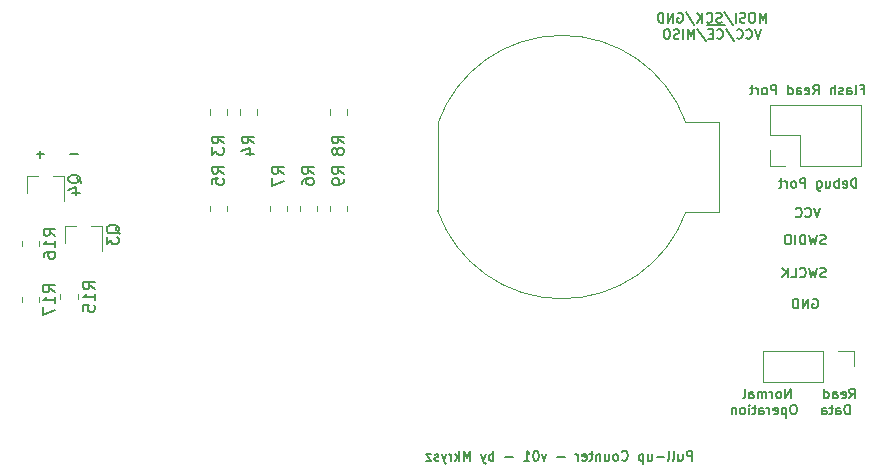
<source format=gbo>
G04 #@! TF.GenerationSoftware,KiCad,Pcbnew,(5.1.10)-1*
G04 #@! TF.CreationDate,2022-03-27T16:28:06+02:00*
G04 #@! TF.ProjectId,pullup_counter_schematic,70756c6c-7570-45f6-936f-756e7465725f,1*
G04 #@! TF.SameCoordinates,Original*
G04 #@! TF.FileFunction,Legend,Bot*
G04 #@! TF.FilePolarity,Positive*
%FSLAX46Y46*%
G04 Gerber Fmt 4.6, Leading zero omitted, Abs format (unit mm)*
G04 Created by KiCad (PCBNEW (5.1.10)-1) date 2022-03-27 16:28:06*
%MOMM*%
%LPD*%
G01*
G04 APERTURE LIST*
%ADD10C,0.152400*%
%ADD11C,0.120000*%
%ADD12C,0.150000*%
%ADD13C,2.340000*%
%ADD14O,1.700000X1.700000*%
%ADD15R,1.700000X1.700000*%
%ADD16C,2.000000*%
%ADD17C,1.500000*%
%ADD18C,1.524000*%
%ADD19C,1.600000*%
%ADD20R,0.800000X0.900000*%
%ADD21C,3.200000*%
G04 APERTURE END LIST*
D10*
X222931847Y-46767695D02*
X222931847Y-45954895D01*
X222738323Y-45954895D01*
X222622209Y-45993600D01*
X222544800Y-46071009D01*
X222506095Y-46148419D01*
X222467390Y-46303238D01*
X222467390Y-46419352D01*
X222506095Y-46574171D01*
X222544800Y-46651580D01*
X222622209Y-46728990D01*
X222738323Y-46767695D01*
X222931847Y-46767695D01*
X221809409Y-46728990D02*
X221886819Y-46767695D01*
X222041638Y-46767695D01*
X222119047Y-46728990D01*
X222157752Y-46651580D01*
X222157752Y-46341942D01*
X222119047Y-46264533D01*
X222041638Y-46225828D01*
X221886819Y-46225828D01*
X221809409Y-46264533D01*
X221770704Y-46341942D01*
X221770704Y-46419352D01*
X222157752Y-46496761D01*
X221422361Y-46767695D02*
X221422361Y-45954895D01*
X221422361Y-46264533D02*
X221344952Y-46225828D01*
X221190133Y-46225828D01*
X221112723Y-46264533D01*
X221074019Y-46303238D01*
X221035314Y-46380647D01*
X221035314Y-46612876D01*
X221074019Y-46690285D01*
X221112723Y-46728990D01*
X221190133Y-46767695D01*
X221344952Y-46767695D01*
X221422361Y-46728990D01*
X220338628Y-46225828D02*
X220338628Y-46767695D01*
X220686971Y-46225828D02*
X220686971Y-46651580D01*
X220648266Y-46728990D01*
X220570857Y-46767695D01*
X220454742Y-46767695D01*
X220377333Y-46728990D01*
X220338628Y-46690285D01*
X219603238Y-46225828D02*
X219603238Y-46883809D01*
X219641942Y-46961219D01*
X219680647Y-46999923D01*
X219758057Y-47038628D01*
X219874171Y-47038628D01*
X219951580Y-46999923D01*
X219603238Y-46728990D02*
X219680647Y-46767695D01*
X219835466Y-46767695D01*
X219912876Y-46728990D01*
X219951580Y-46690285D01*
X219990285Y-46612876D01*
X219990285Y-46380647D01*
X219951580Y-46303238D01*
X219912876Y-46264533D01*
X219835466Y-46225828D01*
X219680647Y-46225828D01*
X219603238Y-46264533D01*
X218596914Y-46767695D02*
X218596914Y-45954895D01*
X218287276Y-45954895D01*
X218209866Y-45993600D01*
X218171161Y-46032304D01*
X218132457Y-46109714D01*
X218132457Y-46225828D01*
X218171161Y-46303238D01*
X218209866Y-46341942D01*
X218287276Y-46380647D01*
X218596914Y-46380647D01*
X217668000Y-46767695D02*
X217745409Y-46728990D01*
X217784114Y-46690285D01*
X217822819Y-46612876D01*
X217822819Y-46380647D01*
X217784114Y-46303238D01*
X217745409Y-46264533D01*
X217668000Y-46225828D01*
X217551885Y-46225828D01*
X217474476Y-46264533D01*
X217435771Y-46303238D01*
X217397066Y-46380647D01*
X217397066Y-46612876D01*
X217435771Y-46690285D01*
X217474476Y-46728990D01*
X217551885Y-46767695D01*
X217668000Y-46767695D01*
X217048723Y-46767695D02*
X217048723Y-46225828D01*
X217048723Y-46380647D02*
X217010019Y-46303238D01*
X216971314Y-46264533D01*
X216893904Y-46225828D01*
X216816495Y-46225828D01*
X216661676Y-46225828D02*
X216352038Y-46225828D01*
X216545561Y-45954895D02*
X216545561Y-46651580D01*
X216506857Y-46728990D01*
X216429447Y-46767695D01*
X216352038Y-46767695D01*
X223328457Y-38441942D02*
X223599390Y-38441942D01*
X223599390Y-38867695D02*
X223599390Y-38054895D01*
X223212342Y-38054895D01*
X222786590Y-38867695D02*
X222864000Y-38828990D01*
X222902704Y-38751580D01*
X222902704Y-38054895D01*
X222128609Y-38867695D02*
X222128609Y-38441942D01*
X222167314Y-38364533D01*
X222244723Y-38325828D01*
X222399542Y-38325828D01*
X222476952Y-38364533D01*
X222128609Y-38828990D02*
X222206019Y-38867695D01*
X222399542Y-38867695D01*
X222476952Y-38828990D01*
X222515657Y-38751580D01*
X222515657Y-38674171D01*
X222476952Y-38596761D01*
X222399542Y-38558057D01*
X222206019Y-38558057D01*
X222128609Y-38519352D01*
X221780266Y-38828990D02*
X221702857Y-38867695D01*
X221548038Y-38867695D01*
X221470628Y-38828990D01*
X221431923Y-38751580D01*
X221431923Y-38712876D01*
X221470628Y-38635466D01*
X221548038Y-38596761D01*
X221664152Y-38596761D01*
X221741561Y-38558057D01*
X221780266Y-38480647D01*
X221780266Y-38441942D01*
X221741561Y-38364533D01*
X221664152Y-38325828D01*
X221548038Y-38325828D01*
X221470628Y-38364533D01*
X221083580Y-38867695D02*
X221083580Y-38054895D01*
X220735238Y-38867695D02*
X220735238Y-38441942D01*
X220773942Y-38364533D01*
X220851352Y-38325828D01*
X220967466Y-38325828D01*
X221044876Y-38364533D01*
X221083580Y-38403238D01*
X219264457Y-38867695D02*
X219535390Y-38480647D01*
X219728914Y-38867695D02*
X219728914Y-38054895D01*
X219419276Y-38054895D01*
X219341866Y-38093600D01*
X219303161Y-38132304D01*
X219264457Y-38209714D01*
X219264457Y-38325828D01*
X219303161Y-38403238D01*
X219341866Y-38441942D01*
X219419276Y-38480647D01*
X219728914Y-38480647D01*
X218606476Y-38828990D02*
X218683885Y-38867695D01*
X218838704Y-38867695D01*
X218916114Y-38828990D01*
X218954819Y-38751580D01*
X218954819Y-38441942D01*
X218916114Y-38364533D01*
X218838704Y-38325828D01*
X218683885Y-38325828D01*
X218606476Y-38364533D01*
X218567771Y-38441942D01*
X218567771Y-38519352D01*
X218954819Y-38596761D01*
X217871085Y-38867695D02*
X217871085Y-38441942D01*
X217909790Y-38364533D01*
X217987200Y-38325828D01*
X218142019Y-38325828D01*
X218219428Y-38364533D01*
X217871085Y-38828990D02*
X217948495Y-38867695D01*
X218142019Y-38867695D01*
X218219428Y-38828990D01*
X218258133Y-38751580D01*
X218258133Y-38674171D01*
X218219428Y-38596761D01*
X218142019Y-38558057D01*
X217948495Y-38558057D01*
X217871085Y-38519352D01*
X217135695Y-38867695D02*
X217135695Y-38054895D01*
X217135695Y-38828990D02*
X217213104Y-38867695D01*
X217367923Y-38867695D01*
X217445333Y-38828990D01*
X217484038Y-38790285D01*
X217522742Y-38712876D01*
X217522742Y-38480647D01*
X217484038Y-38403238D01*
X217445333Y-38364533D01*
X217367923Y-38325828D01*
X217213104Y-38325828D01*
X217135695Y-38364533D01*
X216129371Y-38867695D02*
X216129371Y-38054895D01*
X215819733Y-38054895D01*
X215742323Y-38093600D01*
X215703619Y-38132304D01*
X215664914Y-38209714D01*
X215664914Y-38325828D01*
X215703619Y-38403238D01*
X215742323Y-38441942D01*
X215819733Y-38480647D01*
X216129371Y-38480647D01*
X215200457Y-38867695D02*
X215277866Y-38828990D01*
X215316571Y-38790285D01*
X215355276Y-38712876D01*
X215355276Y-38480647D01*
X215316571Y-38403238D01*
X215277866Y-38364533D01*
X215200457Y-38325828D01*
X215084342Y-38325828D01*
X215006933Y-38364533D01*
X214968228Y-38403238D01*
X214929523Y-38480647D01*
X214929523Y-38712876D01*
X214968228Y-38790285D01*
X215006933Y-38828990D01*
X215084342Y-38867695D01*
X215200457Y-38867695D01*
X214581180Y-38867695D02*
X214581180Y-38325828D01*
X214581180Y-38480647D02*
X214542476Y-38403238D01*
X214503771Y-38364533D01*
X214426361Y-38325828D01*
X214348952Y-38325828D01*
X214194133Y-38325828D02*
X213884495Y-38325828D01*
X214078019Y-38054895D02*
X214078019Y-38751580D01*
X214039314Y-38828990D01*
X213961904Y-38867695D01*
X213884495Y-38867695D01*
X219219276Y-56193600D02*
X219296685Y-56154895D01*
X219412800Y-56154895D01*
X219528914Y-56193600D01*
X219606323Y-56271009D01*
X219645028Y-56348419D01*
X219683733Y-56503238D01*
X219683733Y-56619352D01*
X219645028Y-56774171D01*
X219606323Y-56851580D01*
X219528914Y-56928990D01*
X219412800Y-56967695D01*
X219335390Y-56967695D01*
X219219276Y-56928990D01*
X219180571Y-56890285D01*
X219180571Y-56619352D01*
X219335390Y-56619352D01*
X218832228Y-56967695D02*
X218832228Y-56154895D01*
X218367771Y-56967695D01*
X218367771Y-56154895D01*
X217980723Y-56967695D02*
X217980723Y-56154895D01*
X217787200Y-56154895D01*
X217671085Y-56193600D01*
X217593676Y-56271009D01*
X217554971Y-56348419D01*
X217516266Y-56503238D01*
X217516266Y-56619352D01*
X217554971Y-56774171D01*
X217593676Y-56851580D01*
X217671085Y-56928990D01*
X217787200Y-56967695D01*
X217980723Y-56967695D01*
X220338476Y-54328990D02*
X220222361Y-54367695D01*
X220028838Y-54367695D01*
X219951428Y-54328990D01*
X219912723Y-54290285D01*
X219874019Y-54212876D01*
X219874019Y-54135466D01*
X219912723Y-54058057D01*
X219951428Y-54019352D01*
X220028838Y-53980647D01*
X220183657Y-53941942D01*
X220261066Y-53903238D01*
X220299771Y-53864533D01*
X220338476Y-53787123D01*
X220338476Y-53709714D01*
X220299771Y-53632304D01*
X220261066Y-53593600D01*
X220183657Y-53554895D01*
X219990133Y-53554895D01*
X219874019Y-53593600D01*
X219603085Y-53554895D02*
X219409561Y-54367695D01*
X219254742Y-53787123D01*
X219099923Y-54367695D01*
X218906400Y-53554895D01*
X218132304Y-54290285D02*
X218171009Y-54328990D01*
X218287123Y-54367695D01*
X218364533Y-54367695D01*
X218480647Y-54328990D01*
X218558057Y-54251580D01*
X218596761Y-54174171D01*
X218635466Y-54019352D01*
X218635466Y-53903238D01*
X218596761Y-53748419D01*
X218558057Y-53671009D01*
X218480647Y-53593600D01*
X218364533Y-53554895D01*
X218287123Y-53554895D01*
X218171009Y-53593600D01*
X218132304Y-53632304D01*
X217396914Y-54367695D02*
X217783961Y-54367695D01*
X217783961Y-53554895D01*
X217125980Y-54367695D02*
X217125980Y-53554895D01*
X216661523Y-54367695D02*
X217009866Y-53903238D01*
X216661523Y-53554895D02*
X217125980Y-54019352D01*
X220322361Y-51528990D02*
X220206247Y-51567695D01*
X220012723Y-51567695D01*
X219935314Y-51528990D01*
X219896609Y-51490285D01*
X219857904Y-51412876D01*
X219857904Y-51335466D01*
X219896609Y-51258057D01*
X219935314Y-51219352D01*
X220012723Y-51180647D01*
X220167542Y-51141942D01*
X220244952Y-51103238D01*
X220283657Y-51064533D01*
X220322361Y-50987123D01*
X220322361Y-50909714D01*
X220283657Y-50832304D01*
X220244952Y-50793600D01*
X220167542Y-50754895D01*
X219974019Y-50754895D01*
X219857904Y-50793600D01*
X219586971Y-50754895D02*
X219393447Y-51567695D01*
X219238628Y-50987123D01*
X219083809Y-51567695D01*
X218890285Y-50754895D01*
X218580647Y-51567695D02*
X218580647Y-50754895D01*
X218387123Y-50754895D01*
X218271009Y-50793600D01*
X218193600Y-50871009D01*
X218154895Y-50948419D01*
X218116190Y-51103238D01*
X218116190Y-51219352D01*
X218154895Y-51374171D01*
X218193600Y-51451580D01*
X218271009Y-51528990D01*
X218387123Y-51567695D01*
X218580647Y-51567695D01*
X217767847Y-51567695D02*
X217767847Y-50754895D01*
X217225980Y-50754895D02*
X217071161Y-50754895D01*
X216993752Y-50793600D01*
X216916342Y-50871009D01*
X216877638Y-51025828D01*
X216877638Y-51296761D01*
X216916342Y-51451580D01*
X216993752Y-51528990D01*
X217071161Y-51567695D01*
X217225980Y-51567695D01*
X217303390Y-51528990D01*
X217380800Y-51451580D01*
X217419504Y-51296761D01*
X217419504Y-51025828D01*
X217380800Y-50871009D01*
X217303390Y-50793600D01*
X217225980Y-50754895D01*
X219883733Y-48454895D02*
X219612800Y-49267695D01*
X219341866Y-48454895D01*
X218606476Y-49190285D02*
X218645180Y-49228990D01*
X218761295Y-49267695D01*
X218838704Y-49267695D01*
X218954819Y-49228990D01*
X219032228Y-49151580D01*
X219070933Y-49074171D01*
X219109638Y-48919352D01*
X219109638Y-48803238D01*
X219070933Y-48648419D01*
X219032228Y-48571009D01*
X218954819Y-48493600D01*
X218838704Y-48454895D01*
X218761295Y-48454895D01*
X218645180Y-48493600D01*
X218606476Y-48532304D01*
X217793676Y-49190285D02*
X217832380Y-49228990D01*
X217948495Y-49267695D01*
X218025904Y-49267695D01*
X218142019Y-49228990D01*
X218219428Y-49151580D01*
X218258133Y-49074171D01*
X218296838Y-48919352D01*
X218296838Y-48803238D01*
X218258133Y-48648419D01*
X218219428Y-48571009D01*
X218142019Y-48493600D01*
X218025904Y-48454895D01*
X217948495Y-48454895D01*
X217832380Y-48493600D01*
X217793676Y-48532304D01*
X215267161Y-32781895D02*
X215267161Y-31969095D01*
X214996228Y-32549666D01*
X214725295Y-31969095D01*
X214725295Y-32781895D01*
X214183428Y-31969095D02*
X214028609Y-31969095D01*
X213951200Y-32007800D01*
X213873790Y-32085209D01*
X213835085Y-32240028D01*
X213835085Y-32510961D01*
X213873790Y-32665780D01*
X213951200Y-32743190D01*
X214028609Y-32781895D01*
X214183428Y-32781895D01*
X214260838Y-32743190D01*
X214338247Y-32665780D01*
X214376952Y-32510961D01*
X214376952Y-32240028D01*
X214338247Y-32085209D01*
X214260838Y-32007800D01*
X214183428Y-31969095D01*
X213525447Y-32743190D02*
X213409333Y-32781895D01*
X213215809Y-32781895D01*
X213138400Y-32743190D01*
X213099695Y-32704485D01*
X213060990Y-32627076D01*
X213060990Y-32549666D01*
X213099695Y-32472257D01*
X213138400Y-32433552D01*
X213215809Y-32394847D01*
X213370628Y-32356142D01*
X213448038Y-32317438D01*
X213486742Y-32278733D01*
X213525447Y-32201323D01*
X213525447Y-32123914D01*
X213486742Y-32046504D01*
X213448038Y-32007800D01*
X213370628Y-31969095D01*
X213177104Y-31969095D01*
X213060990Y-32007800D01*
X212712647Y-32781895D02*
X212712647Y-31969095D01*
X211745028Y-31930390D02*
X212441714Y-32975419D01*
X211512800Y-32743190D02*
X211396685Y-32781895D01*
X211203161Y-32781895D01*
X211125752Y-32743190D01*
X211087047Y-32704485D01*
X211048342Y-32627076D01*
X211048342Y-32549666D01*
X211087047Y-32472257D01*
X211125752Y-32433552D01*
X211203161Y-32394847D01*
X211357980Y-32356142D01*
X211435390Y-32317438D01*
X211474095Y-32278733D01*
X211512800Y-32201323D01*
X211512800Y-32123914D01*
X211474095Y-32046504D01*
X211435390Y-32007800D01*
X211357980Y-31969095D01*
X211164457Y-31969095D01*
X211048342Y-32007800D01*
X210235542Y-32704485D02*
X210274247Y-32743190D01*
X210390361Y-32781895D01*
X210467771Y-32781895D01*
X210583885Y-32743190D01*
X210661295Y-32665780D01*
X210700000Y-32588371D01*
X210738704Y-32433552D01*
X210738704Y-32317438D01*
X210700000Y-32162619D01*
X210661295Y-32085209D01*
X210583885Y-32007800D01*
X210467771Y-31969095D01*
X210390361Y-31969095D01*
X210274247Y-32007800D01*
X210235542Y-32046504D01*
X209887200Y-32781895D02*
X209887200Y-31969095D01*
X209422742Y-32781895D02*
X209771085Y-32317438D01*
X209422742Y-31969095D02*
X209887200Y-32433552D01*
X208493828Y-31930390D02*
X209190514Y-32975419D01*
X207797142Y-32007800D02*
X207874552Y-31969095D01*
X207990666Y-31969095D01*
X208106780Y-32007800D01*
X208184190Y-32085209D01*
X208222895Y-32162619D01*
X208261600Y-32317438D01*
X208261600Y-32433552D01*
X208222895Y-32588371D01*
X208184190Y-32665780D01*
X208106780Y-32743190D01*
X207990666Y-32781895D01*
X207913257Y-32781895D01*
X207797142Y-32743190D01*
X207758438Y-32704485D01*
X207758438Y-32433552D01*
X207913257Y-32433552D01*
X207410095Y-32781895D02*
X207410095Y-31969095D01*
X206945638Y-32781895D01*
X206945638Y-31969095D01*
X206558590Y-32781895D02*
X206558590Y-31969095D01*
X206365066Y-31969095D01*
X206248952Y-32007800D01*
X206171542Y-32085209D01*
X206132838Y-32162619D01*
X206094133Y-32317438D01*
X206094133Y-32433552D01*
X206132838Y-32588371D01*
X206171542Y-32665780D01*
X206248952Y-32743190D01*
X206365066Y-32781895D01*
X206558590Y-32781895D01*
X214880114Y-33340695D02*
X214609180Y-34153495D01*
X214338247Y-33340695D01*
X213602857Y-34076085D02*
X213641561Y-34114790D01*
X213757676Y-34153495D01*
X213835085Y-34153495D01*
X213951200Y-34114790D01*
X214028609Y-34037380D01*
X214067314Y-33959971D01*
X214106019Y-33805152D01*
X214106019Y-33689038D01*
X214067314Y-33534219D01*
X214028609Y-33456809D01*
X213951200Y-33379400D01*
X213835085Y-33340695D01*
X213757676Y-33340695D01*
X213641561Y-33379400D01*
X213602857Y-33418104D01*
X212790057Y-34076085D02*
X212828761Y-34114790D01*
X212944876Y-34153495D01*
X213022285Y-34153495D01*
X213138400Y-34114790D01*
X213215809Y-34037380D01*
X213254514Y-33959971D01*
X213293219Y-33805152D01*
X213293219Y-33689038D01*
X213254514Y-33534219D01*
X213215809Y-33456809D01*
X213138400Y-33379400D01*
X213022285Y-33340695D01*
X212944876Y-33340695D01*
X212828761Y-33379400D01*
X212790057Y-33418104D01*
X211861142Y-33301990D02*
X212557828Y-34347019D01*
X211783733Y-33002464D02*
X210970933Y-33002464D01*
X211125752Y-34076085D02*
X211164457Y-34114790D01*
X211280571Y-34153495D01*
X211357980Y-34153495D01*
X211474095Y-34114790D01*
X211551504Y-34037380D01*
X211590209Y-33959971D01*
X211628914Y-33805152D01*
X211628914Y-33689038D01*
X211590209Y-33534219D01*
X211551504Y-33456809D01*
X211474095Y-33379400D01*
X211357980Y-33340695D01*
X211280571Y-33340695D01*
X211164457Y-33379400D01*
X211125752Y-33418104D01*
X210970933Y-33002464D02*
X210235542Y-33002464D01*
X210777409Y-33727742D02*
X210506476Y-33727742D01*
X210390361Y-34153495D02*
X210777409Y-34153495D01*
X210777409Y-33340695D01*
X210390361Y-33340695D01*
X209461447Y-33301990D02*
X210158133Y-34347019D01*
X209190514Y-34153495D02*
X209190514Y-33340695D01*
X208919580Y-33921266D01*
X208648647Y-33340695D01*
X208648647Y-34153495D01*
X208261600Y-34153495D02*
X208261600Y-33340695D01*
X207913257Y-34114790D02*
X207797142Y-34153495D01*
X207603619Y-34153495D01*
X207526209Y-34114790D01*
X207487504Y-34076085D01*
X207448800Y-33998676D01*
X207448800Y-33921266D01*
X207487504Y-33843857D01*
X207526209Y-33805152D01*
X207603619Y-33766447D01*
X207758438Y-33727742D01*
X207835847Y-33689038D01*
X207874552Y-33650333D01*
X207913257Y-33572923D01*
X207913257Y-33495514D01*
X207874552Y-33418104D01*
X207835847Y-33379400D01*
X207758438Y-33340695D01*
X207564914Y-33340695D01*
X207448800Y-33379400D01*
X206945638Y-33340695D02*
X206790819Y-33340695D01*
X206713409Y-33379400D01*
X206636000Y-33456809D01*
X206597295Y-33611628D01*
X206597295Y-33882561D01*
X206636000Y-34037380D01*
X206713409Y-34114790D01*
X206790819Y-34153495D01*
X206945638Y-34153495D01*
X207023047Y-34114790D01*
X207100457Y-34037380D01*
X207139161Y-33882561D01*
X207139161Y-33611628D01*
X207100457Y-33456809D01*
X207023047Y-33379400D01*
X206945638Y-33340695D01*
X222341790Y-64581895D02*
X222612723Y-64194847D01*
X222806247Y-64581895D02*
X222806247Y-63769095D01*
X222496609Y-63769095D01*
X222419200Y-63807800D01*
X222380495Y-63846504D01*
X222341790Y-63923914D01*
X222341790Y-64040028D01*
X222380495Y-64117438D01*
X222419200Y-64156142D01*
X222496609Y-64194847D01*
X222806247Y-64194847D01*
X221683809Y-64543190D02*
X221761219Y-64581895D01*
X221916038Y-64581895D01*
X221993447Y-64543190D01*
X222032152Y-64465780D01*
X222032152Y-64156142D01*
X221993447Y-64078733D01*
X221916038Y-64040028D01*
X221761219Y-64040028D01*
X221683809Y-64078733D01*
X221645104Y-64156142D01*
X221645104Y-64233552D01*
X222032152Y-64310961D01*
X220948419Y-64581895D02*
X220948419Y-64156142D01*
X220987123Y-64078733D01*
X221064533Y-64040028D01*
X221219352Y-64040028D01*
X221296761Y-64078733D01*
X220948419Y-64543190D02*
X221025828Y-64581895D01*
X221219352Y-64581895D01*
X221296761Y-64543190D01*
X221335466Y-64465780D01*
X221335466Y-64388371D01*
X221296761Y-64310961D01*
X221219352Y-64272257D01*
X221025828Y-64272257D01*
X220948419Y-64233552D01*
X220213028Y-64581895D02*
X220213028Y-63769095D01*
X220213028Y-64543190D02*
X220290438Y-64581895D01*
X220445257Y-64581895D01*
X220522666Y-64543190D01*
X220561371Y-64504485D01*
X220600076Y-64427076D01*
X220600076Y-64194847D01*
X220561371Y-64117438D01*
X220522666Y-64078733D01*
X220445257Y-64040028D01*
X220290438Y-64040028D01*
X220213028Y-64078733D01*
X222380495Y-65953495D02*
X222380495Y-65140695D01*
X222186971Y-65140695D01*
X222070857Y-65179400D01*
X221993447Y-65256809D01*
X221954742Y-65334219D01*
X221916038Y-65489038D01*
X221916038Y-65605152D01*
X221954742Y-65759971D01*
X221993447Y-65837380D01*
X222070857Y-65914790D01*
X222186971Y-65953495D01*
X222380495Y-65953495D01*
X221219352Y-65953495D02*
X221219352Y-65527742D01*
X221258057Y-65450333D01*
X221335466Y-65411628D01*
X221490285Y-65411628D01*
X221567695Y-65450333D01*
X221219352Y-65914790D02*
X221296761Y-65953495D01*
X221490285Y-65953495D01*
X221567695Y-65914790D01*
X221606400Y-65837380D01*
X221606400Y-65759971D01*
X221567695Y-65682561D01*
X221490285Y-65643857D01*
X221296761Y-65643857D01*
X221219352Y-65605152D01*
X220948419Y-65411628D02*
X220638780Y-65411628D01*
X220832304Y-65140695D02*
X220832304Y-65837380D01*
X220793600Y-65914790D01*
X220716190Y-65953495D01*
X220638780Y-65953495D01*
X220019504Y-65953495D02*
X220019504Y-65527742D01*
X220058209Y-65450333D01*
X220135619Y-65411628D01*
X220290438Y-65411628D01*
X220367847Y-65450333D01*
X220019504Y-65914790D02*
X220096914Y-65953495D01*
X220290438Y-65953495D01*
X220367847Y-65914790D01*
X220406552Y-65837380D01*
X220406552Y-65759971D01*
X220367847Y-65682561D01*
X220290438Y-65643857D01*
X220096914Y-65643857D01*
X220019504Y-65605152D01*
X217383580Y-64581895D02*
X217383580Y-63769095D01*
X216919123Y-64581895D01*
X216919123Y-63769095D01*
X216415961Y-64581895D02*
X216493371Y-64543190D01*
X216532076Y-64504485D01*
X216570780Y-64427076D01*
X216570780Y-64194847D01*
X216532076Y-64117438D01*
X216493371Y-64078733D01*
X216415961Y-64040028D01*
X216299847Y-64040028D01*
X216222438Y-64078733D01*
X216183733Y-64117438D01*
X216145028Y-64194847D01*
X216145028Y-64427076D01*
X216183733Y-64504485D01*
X216222438Y-64543190D01*
X216299847Y-64581895D01*
X216415961Y-64581895D01*
X215796685Y-64581895D02*
X215796685Y-64040028D01*
X215796685Y-64194847D02*
X215757980Y-64117438D01*
X215719276Y-64078733D01*
X215641866Y-64040028D01*
X215564457Y-64040028D01*
X215293523Y-64581895D02*
X215293523Y-64040028D01*
X215293523Y-64117438D02*
X215254819Y-64078733D01*
X215177409Y-64040028D01*
X215061295Y-64040028D01*
X214983885Y-64078733D01*
X214945180Y-64156142D01*
X214945180Y-64581895D01*
X214945180Y-64156142D02*
X214906476Y-64078733D01*
X214829066Y-64040028D01*
X214712952Y-64040028D01*
X214635542Y-64078733D01*
X214596838Y-64156142D01*
X214596838Y-64581895D01*
X213861447Y-64581895D02*
X213861447Y-64156142D01*
X213900152Y-64078733D01*
X213977561Y-64040028D01*
X214132380Y-64040028D01*
X214209790Y-64078733D01*
X213861447Y-64543190D02*
X213938857Y-64581895D01*
X214132380Y-64581895D01*
X214209790Y-64543190D01*
X214248495Y-64465780D01*
X214248495Y-64388371D01*
X214209790Y-64310961D01*
X214132380Y-64272257D01*
X213938857Y-64272257D01*
X213861447Y-64233552D01*
X213358285Y-64581895D02*
X213435695Y-64543190D01*
X213474399Y-64465780D01*
X213474399Y-63769095D01*
X217673866Y-65140695D02*
X217519047Y-65140695D01*
X217441638Y-65179400D01*
X217364228Y-65256809D01*
X217325523Y-65411628D01*
X217325523Y-65682561D01*
X217364228Y-65837380D01*
X217441638Y-65914790D01*
X217519047Y-65953495D01*
X217673866Y-65953495D01*
X217751276Y-65914790D01*
X217828685Y-65837380D01*
X217867390Y-65682561D01*
X217867390Y-65411628D01*
X217828685Y-65256809D01*
X217751276Y-65179400D01*
X217673866Y-65140695D01*
X216977180Y-65411628D02*
X216977180Y-66224428D01*
X216977180Y-65450333D02*
X216899771Y-65411628D01*
X216744952Y-65411628D01*
X216667542Y-65450333D01*
X216628838Y-65489038D01*
X216590133Y-65566447D01*
X216590133Y-65798676D01*
X216628838Y-65876085D01*
X216667542Y-65914790D01*
X216744952Y-65953495D01*
X216899771Y-65953495D01*
X216977180Y-65914790D01*
X215932152Y-65914790D02*
X216009561Y-65953495D01*
X216164380Y-65953495D01*
X216241790Y-65914790D01*
X216280495Y-65837380D01*
X216280495Y-65527742D01*
X216241790Y-65450333D01*
X216164380Y-65411628D01*
X216009561Y-65411628D01*
X215932152Y-65450333D01*
X215893447Y-65527742D01*
X215893447Y-65605152D01*
X216280495Y-65682561D01*
X215545104Y-65953495D02*
X215545104Y-65411628D01*
X215545104Y-65566447D02*
X215506400Y-65489038D01*
X215467695Y-65450333D01*
X215390285Y-65411628D01*
X215312876Y-65411628D01*
X214693600Y-65953495D02*
X214693600Y-65527742D01*
X214732304Y-65450333D01*
X214809714Y-65411628D01*
X214964533Y-65411628D01*
X215041942Y-65450333D01*
X214693600Y-65914790D02*
X214771009Y-65953495D01*
X214964533Y-65953495D01*
X215041942Y-65914790D01*
X215080647Y-65837380D01*
X215080647Y-65759971D01*
X215041942Y-65682561D01*
X214964533Y-65643857D01*
X214771009Y-65643857D01*
X214693600Y-65605152D01*
X214422666Y-65411628D02*
X214113028Y-65411628D01*
X214306552Y-65140695D02*
X214306552Y-65837380D01*
X214267847Y-65914790D01*
X214190438Y-65953495D01*
X214113028Y-65953495D01*
X213842095Y-65953495D02*
X213842095Y-65411628D01*
X213842095Y-65140695D02*
X213880800Y-65179400D01*
X213842095Y-65218104D01*
X213803390Y-65179400D01*
X213842095Y-65140695D01*
X213842095Y-65218104D01*
X213338933Y-65953495D02*
X213416342Y-65914790D01*
X213455047Y-65876085D01*
X213493752Y-65798676D01*
X213493752Y-65566447D01*
X213455047Y-65489038D01*
X213416342Y-65450333D01*
X213338933Y-65411628D01*
X213222819Y-65411628D01*
X213145409Y-65450333D01*
X213106704Y-65489038D01*
X213068000Y-65566447D01*
X213068000Y-65798676D01*
X213106704Y-65876085D01*
X213145409Y-65914790D01*
X213222819Y-65953495D01*
X213338933Y-65953495D01*
X212719657Y-65411628D02*
X212719657Y-65953495D01*
X212719657Y-65489038D02*
X212680952Y-65450333D01*
X212603542Y-65411628D01*
X212487428Y-65411628D01*
X212410019Y-65450333D01*
X212371314Y-65527742D01*
X212371314Y-65953495D01*
X209024380Y-69867695D02*
X209024380Y-69054895D01*
X208714742Y-69054895D01*
X208637333Y-69093600D01*
X208598628Y-69132304D01*
X208559923Y-69209714D01*
X208559923Y-69325828D01*
X208598628Y-69403238D01*
X208637333Y-69441942D01*
X208714742Y-69480647D01*
X209024380Y-69480647D01*
X207863238Y-69325828D02*
X207863238Y-69867695D01*
X208211580Y-69325828D02*
X208211580Y-69751580D01*
X208172876Y-69828990D01*
X208095466Y-69867695D01*
X207979352Y-69867695D01*
X207901942Y-69828990D01*
X207863238Y-69790285D01*
X207360076Y-69867695D02*
X207437485Y-69828990D01*
X207476190Y-69751580D01*
X207476190Y-69054895D01*
X206934323Y-69867695D02*
X207011733Y-69828990D01*
X207050438Y-69751580D01*
X207050438Y-69054895D01*
X206624685Y-69558057D02*
X206005409Y-69558057D01*
X205270019Y-69325828D02*
X205270019Y-69867695D01*
X205618361Y-69325828D02*
X205618361Y-69751580D01*
X205579657Y-69828990D01*
X205502247Y-69867695D01*
X205386133Y-69867695D01*
X205308723Y-69828990D01*
X205270019Y-69790285D01*
X204882971Y-69325828D02*
X204882971Y-70138628D01*
X204882971Y-69364533D02*
X204805561Y-69325828D01*
X204650742Y-69325828D01*
X204573333Y-69364533D01*
X204534628Y-69403238D01*
X204495923Y-69480647D01*
X204495923Y-69712876D01*
X204534628Y-69790285D01*
X204573333Y-69828990D01*
X204650742Y-69867695D01*
X204805561Y-69867695D01*
X204882971Y-69828990D01*
X203063847Y-69790285D02*
X203102552Y-69828990D01*
X203218666Y-69867695D01*
X203296076Y-69867695D01*
X203412190Y-69828990D01*
X203489600Y-69751580D01*
X203528304Y-69674171D01*
X203567009Y-69519352D01*
X203567009Y-69403238D01*
X203528304Y-69248419D01*
X203489600Y-69171009D01*
X203412190Y-69093600D01*
X203296076Y-69054895D01*
X203218666Y-69054895D01*
X203102552Y-69093600D01*
X203063847Y-69132304D01*
X202599390Y-69867695D02*
X202676800Y-69828990D01*
X202715504Y-69790285D01*
X202754209Y-69712876D01*
X202754209Y-69480647D01*
X202715504Y-69403238D01*
X202676800Y-69364533D01*
X202599390Y-69325828D01*
X202483276Y-69325828D01*
X202405866Y-69364533D01*
X202367161Y-69403238D01*
X202328457Y-69480647D01*
X202328457Y-69712876D01*
X202367161Y-69790285D01*
X202405866Y-69828990D01*
X202483276Y-69867695D01*
X202599390Y-69867695D01*
X201631771Y-69325828D02*
X201631771Y-69867695D01*
X201980114Y-69325828D02*
X201980114Y-69751580D01*
X201941409Y-69828990D01*
X201864000Y-69867695D01*
X201747885Y-69867695D01*
X201670476Y-69828990D01*
X201631771Y-69790285D01*
X201244723Y-69325828D02*
X201244723Y-69867695D01*
X201244723Y-69403238D02*
X201206019Y-69364533D01*
X201128609Y-69325828D01*
X201012495Y-69325828D01*
X200935085Y-69364533D01*
X200896380Y-69441942D01*
X200896380Y-69867695D01*
X200625447Y-69325828D02*
X200315809Y-69325828D01*
X200509333Y-69054895D02*
X200509333Y-69751580D01*
X200470628Y-69828990D01*
X200393219Y-69867695D01*
X200315809Y-69867695D01*
X199735238Y-69828990D02*
X199812647Y-69867695D01*
X199967466Y-69867695D01*
X200044876Y-69828990D01*
X200083580Y-69751580D01*
X200083580Y-69441942D01*
X200044876Y-69364533D01*
X199967466Y-69325828D01*
X199812647Y-69325828D01*
X199735238Y-69364533D01*
X199696533Y-69441942D01*
X199696533Y-69519352D01*
X200083580Y-69596761D01*
X199348190Y-69867695D02*
X199348190Y-69325828D01*
X199348190Y-69480647D02*
X199309485Y-69403238D01*
X199270780Y-69364533D01*
X199193371Y-69325828D01*
X199115961Y-69325828D01*
X198225752Y-69558057D02*
X197606476Y-69558057D01*
X196677561Y-69325828D02*
X196484038Y-69867695D01*
X196290514Y-69325828D01*
X195826057Y-69054895D02*
X195748647Y-69054895D01*
X195671238Y-69093600D01*
X195632533Y-69132304D01*
X195593828Y-69209714D01*
X195555123Y-69364533D01*
X195555123Y-69558057D01*
X195593828Y-69712876D01*
X195632533Y-69790285D01*
X195671238Y-69828990D01*
X195748647Y-69867695D01*
X195826057Y-69867695D01*
X195903466Y-69828990D01*
X195942171Y-69790285D01*
X195980876Y-69712876D01*
X196019580Y-69558057D01*
X196019580Y-69364533D01*
X195980876Y-69209714D01*
X195942171Y-69132304D01*
X195903466Y-69093600D01*
X195826057Y-69054895D01*
X194781028Y-69867695D02*
X195245485Y-69867695D01*
X195013257Y-69867695D02*
X195013257Y-69054895D01*
X195090666Y-69171009D01*
X195168076Y-69248419D01*
X195245485Y-69287123D01*
X193813409Y-69558057D02*
X193194133Y-69558057D01*
X192187809Y-69867695D02*
X192187809Y-69054895D01*
X192187809Y-69364533D02*
X192110400Y-69325828D01*
X191955580Y-69325828D01*
X191878171Y-69364533D01*
X191839466Y-69403238D01*
X191800761Y-69480647D01*
X191800761Y-69712876D01*
X191839466Y-69790285D01*
X191878171Y-69828990D01*
X191955580Y-69867695D01*
X192110400Y-69867695D01*
X192187809Y-69828990D01*
X191529828Y-69325828D02*
X191336304Y-69867695D01*
X191142780Y-69325828D02*
X191336304Y-69867695D01*
X191413714Y-70061219D01*
X191452419Y-70099923D01*
X191529828Y-70138628D01*
X190213866Y-69867695D02*
X190213866Y-69054895D01*
X189942933Y-69635466D01*
X189672000Y-69054895D01*
X189672000Y-69867695D01*
X189284952Y-69867695D02*
X189284952Y-69054895D01*
X189207542Y-69558057D02*
X188975314Y-69867695D01*
X188975314Y-69325828D02*
X189284952Y-69635466D01*
X188626971Y-69867695D02*
X188626971Y-69325828D01*
X188626971Y-69480647D02*
X188588266Y-69403238D01*
X188549561Y-69364533D01*
X188472152Y-69325828D01*
X188394742Y-69325828D01*
X188201219Y-69325828D02*
X188007695Y-69867695D01*
X187814171Y-69325828D02*
X188007695Y-69867695D01*
X188085104Y-70061219D01*
X188123809Y-70099923D01*
X188201219Y-70138628D01*
X187543238Y-69828990D02*
X187465828Y-69867695D01*
X187311009Y-69867695D01*
X187233600Y-69828990D01*
X187194895Y-69751580D01*
X187194895Y-69712876D01*
X187233600Y-69635466D01*
X187311009Y-69596761D01*
X187427123Y-69596761D01*
X187504533Y-69558057D01*
X187543238Y-69480647D01*
X187543238Y-69441942D01*
X187504533Y-69364533D01*
X187427123Y-69325828D01*
X187311009Y-69325828D01*
X187233600Y-69364533D01*
X186923961Y-69325828D02*
X186498209Y-69325828D01*
X186923961Y-69867695D01*
X186498209Y-69867695D01*
X153508285Y-43941942D02*
X154127561Y-43941942D01*
X153817923Y-43632304D02*
X153817923Y-44251580D01*
X156372438Y-43941942D02*
X156991714Y-43941942D01*
D11*
X215570000Y-43600000D02*
X215570000Y-44930000D01*
X215570000Y-44930000D02*
X216900000Y-44930000D01*
X215570000Y-42330000D02*
X218170000Y-42330000D01*
X218170000Y-42330000D02*
X218170000Y-44930000D01*
X218170000Y-44930000D02*
X223310000Y-44930000D01*
X223310000Y-39730000D02*
X223310000Y-44930000D01*
X215570000Y-39730000D02*
X223310000Y-39730000D01*
X215570000Y-39730000D02*
X215570000Y-42330000D01*
X222730000Y-61900000D02*
X222730000Y-60570000D01*
X222730000Y-60570000D02*
X221400000Y-60570000D01*
X220130000Y-60570000D02*
X214990000Y-60570000D01*
X214990000Y-63230000D02*
X214990000Y-60570000D01*
X220130000Y-63230000D02*
X214990000Y-63230000D01*
X220130000Y-63230000D02*
X220130000Y-60570000D01*
X211300000Y-41200000D02*
X208400000Y-41200000D01*
X211300000Y-48800000D02*
X211300000Y-41200000D01*
X208500000Y-48800000D02*
X211300000Y-48800000D01*
X187470130Y-48716425D02*
X187500000Y-41300000D01*
X208468373Y-41211445D02*
G75*
G03*
X187500001Y-41300001I-10468373J-3788555D01*
G01*
X187470131Y-48716425D02*
G75*
G03*
X208499999Y-48799999I10529869J3716425D01*
G01*
X153735000Y-56477064D02*
X153735000Y-56022936D01*
X152265000Y-56477064D02*
X152265000Y-56022936D01*
X153735000Y-51727064D02*
X153735000Y-51272936D01*
X152265000Y-51727064D02*
X152265000Y-51272936D01*
X155515000Y-55772936D02*
X155515000Y-56227064D01*
X156985000Y-55772936D02*
X156985000Y-56227064D01*
X179805000Y-48757064D02*
X179805000Y-48302936D01*
X178335000Y-48757064D02*
X178335000Y-48302936D01*
X178335000Y-40142936D02*
X178335000Y-40597064D01*
X179805000Y-40142936D02*
X179805000Y-40597064D01*
X174725000Y-48757064D02*
X174725000Y-48302936D01*
X173255000Y-48757064D02*
X173255000Y-48302936D01*
X177265000Y-48757064D02*
X177265000Y-48302936D01*
X175795000Y-48757064D02*
X175795000Y-48302936D01*
X169645000Y-48757064D02*
X169645000Y-48302936D01*
X168175000Y-48757064D02*
X168175000Y-48302936D01*
X170715000Y-40142936D02*
X170715000Y-40597064D01*
X172185000Y-40142936D02*
X172185000Y-40597064D01*
X168175000Y-40142936D02*
X168175000Y-40597064D01*
X169645000Y-40142936D02*
X169645000Y-40597064D01*
X152670000Y-45740000D02*
X153600000Y-45740000D01*
X155830000Y-45740000D02*
X154900000Y-45740000D01*
X155830000Y-45740000D02*
X155830000Y-47900000D01*
X152670000Y-45740000D02*
X152670000Y-47200000D01*
X155920000Y-49990000D02*
X156850000Y-49990000D01*
X159080000Y-49990000D02*
X158150000Y-49990000D01*
X159080000Y-49990000D02*
X159080000Y-52150000D01*
X155920000Y-49990000D02*
X155920000Y-51450000D01*
D12*
X155052380Y-55607142D02*
X154576190Y-55273809D01*
X155052380Y-55035714D02*
X154052380Y-55035714D01*
X154052380Y-55416666D01*
X154100000Y-55511904D01*
X154147619Y-55559523D01*
X154242857Y-55607142D01*
X154385714Y-55607142D01*
X154480952Y-55559523D01*
X154528571Y-55511904D01*
X154576190Y-55416666D01*
X154576190Y-55035714D01*
X155052380Y-56559523D02*
X155052380Y-55988095D01*
X155052380Y-56273809D02*
X154052380Y-56273809D01*
X154195238Y-56178571D01*
X154290476Y-56083333D01*
X154338095Y-55988095D01*
X154052380Y-56892857D02*
X154052380Y-57559523D01*
X155052380Y-57130952D01*
X155102380Y-50857142D02*
X154626190Y-50523809D01*
X155102380Y-50285714D02*
X154102380Y-50285714D01*
X154102380Y-50666666D01*
X154150000Y-50761904D01*
X154197619Y-50809523D01*
X154292857Y-50857142D01*
X154435714Y-50857142D01*
X154530952Y-50809523D01*
X154578571Y-50761904D01*
X154626190Y-50666666D01*
X154626190Y-50285714D01*
X155102380Y-51809523D02*
X155102380Y-51238095D01*
X155102380Y-51523809D02*
X154102380Y-51523809D01*
X154245238Y-51428571D01*
X154340476Y-51333333D01*
X154388095Y-51238095D01*
X154102380Y-52666666D02*
X154102380Y-52476190D01*
X154150000Y-52380952D01*
X154197619Y-52333333D01*
X154340476Y-52238095D01*
X154530952Y-52190476D01*
X154911904Y-52190476D01*
X155007142Y-52238095D01*
X155054761Y-52285714D01*
X155102380Y-52380952D01*
X155102380Y-52571428D01*
X155054761Y-52666666D01*
X155007142Y-52714285D01*
X154911904Y-52761904D01*
X154673809Y-52761904D01*
X154578571Y-52714285D01*
X154530952Y-52666666D01*
X154483333Y-52571428D01*
X154483333Y-52380952D01*
X154530952Y-52285714D01*
X154578571Y-52238095D01*
X154673809Y-52190476D01*
X158452380Y-55357142D02*
X157976190Y-55023809D01*
X158452380Y-54785714D02*
X157452380Y-54785714D01*
X157452380Y-55166666D01*
X157500000Y-55261904D01*
X157547619Y-55309523D01*
X157642857Y-55357142D01*
X157785714Y-55357142D01*
X157880952Y-55309523D01*
X157928571Y-55261904D01*
X157976190Y-55166666D01*
X157976190Y-54785714D01*
X158452380Y-56309523D02*
X158452380Y-55738095D01*
X158452380Y-56023809D02*
X157452380Y-56023809D01*
X157595238Y-55928571D01*
X157690476Y-55833333D01*
X157738095Y-55738095D01*
X157452380Y-57214285D02*
X157452380Y-56738095D01*
X157928571Y-56690476D01*
X157880952Y-56738095D01*
X157833333Y-56833333D01*
X157833333Y-57071428D01*
X157880952Y-57166666D01*
X157928571Y-57214285D01*
X158023809Y-57261904D01*
X158261904Y-57261904D01*
X158357142Y-57214285D01*
X158404761Y-57166666D01*
X158452380Y-57071428D01*
X158452380Y-56833333D01*
X158404761Y-56738095D01*
X158357142Y-56690476D01*
X179522380Y-45585333D02*
X179046190Y-45252000D01*
X179522380Y-45013904D02*
X178522380Y-45013904D01*
X178522380Y-45394857D01*
X178570000Y-45490095D01*
X178617619Y-45537714D01*
X178712857Y-45585333D01*
X178855714Y-45585333D01*
X178950952Y-45537714D01*
X178998571Y-45490095D01*
X179046190Y-45394857D01*
X179046190Y-45013904D01*
X179522380Y-46061523D02*
X179522380Y-46252000D01*
X179474761Y-46347238D01*
X179427142Y-46394857D01*
X179284285Y-46490095D01*
X179093809Y-46537714D01*
X178712857Y-46537714D01*
X178617619Y-46490095D01*
X178570000Y-46442476D01*
X178522380Y-46347238D01*
X178522380Y-46156761D01*
X178570000Y-46061523D01*
X178617619Y-46013904D01*
X178712857Y-45966285D01*
X178950952Y-45966285D01*
X179046190Y-46013904D01*
X179093809Y-46061523D01*
X179141428Y-46156761D01*
X179141428Y-46347238D01*
X179093809Y-46442476D01*
X179046190Y-46490095D01*
X178950952Y-46537714D01*
X179522380Y-43013333D02*
X179046190Y-42680000D01*
X179522380Y-42441904D02*
X178522380Y-42441904D01*
X178522380Y-42822857D01*
X178570000Y-42918095D01*
X178617619Y-42965714D01*
X178712857Y-43013333D01*
X178855714Y-43013333D01*
X178950952Y-42965714D01*
X178998571Y-42918095D01*
X179046190Y-42822857D01*
X179046190Y-42441904D01*
X178950952Y-43584761D02*
X178903333Y-43489523D01*
X178855714Y-43441904D01*
X178760476Y-43394285D01*
X178712857Y-43394285D01*
X178617619Y-43441904D01*
X178570000Y-43489523D01*
X178522380Y-43584761D01*
X178522380Y-43775238D01*
X178570000Y-43870476D01*
X178617619Y-43918095D01*
X178712857Y-43965714D01*
X178760476Y-43965714D01*
X178855714Y-43918095D01*
X178903333Y-43870476D01*
X178950952Y-43775238D01*
X178950952Y-43584761D01*
X178998571Y-43489523D01*
X179046190Y-43441904D01*
X179141428Y-43394285D01*
X179331904Y-43394285D01*
X179427142Y-43441904D01*
X179474761Y-43489523D01*
X179522380Y-43584761D01*
X179522380Y-43775238D01*
X179474761Y-43870476D01*
X179427142Y-43918095D01*
X179331904Y-43965714D01*
X179141428Y-43965714D01*
X179046190Y-43918095D01*
X178998571Y-43870476D01*
X178950952Y-43775238D01*
X174442380Y-45585333D02*
X173966190Y-45252000D01*
X174442380Y-45013904D02*
X173442380Y-45013904D01*
X173442380Y-45394857D01*
X173490000Y-45490095D01*
X173537619Y-45537714D01*
X173632857Y-45585333D01*
X173775714Y-45585333D01*
X173870952Y-45537714D01*
X173918571Y-45490095D01*
X173966190Y-45394857D01*
X173966190Y-45013904D01*
X173442380Y-45918666D02*
X173442380Y-46585333D01*
X174442380Y-46156761D01*
X176982380Y-45585333D02*
X176506190Y-45252000D01*
X176982380Y-45013904D02*
X175982380Y-45013904D01*
X175982380Y-45394857D01*
X176030000Y-45490095D01*
X176077619Y-45537714D01*
X176172857Y-45585333D01*
X176315714Y-45585333D01*
X176410952Y-45537714D01*
X176458571Y-45490095D01*
X176506190Y-45394857D01*
X176506190Y-45013904D01*
X175982380Y-46442476D02*
X175982380Y-46252000D01*
X176030000Y-46156761D01*
X176077619Y-46109142D01*
X176220476Y-46013904D01*
X176410952Y-45966285D01*
X176791904Y-45966285D01*
X176887142Y-46013904D01*
X176934761Y-46061523D01*
X176982380Y-46156761D01*
X176982380Y-46347238D01*
X176934761Y-46442476D01*
X176887142Y-46490095D01*
X176791904Y-46537714D01*
X176553809Y-46537714D01*
X176458571Y-46490095D01*
X176410952Y-46442476D01*
X176363333Y-46347238D01*
X176363333Y-46156761D01*
X176410952Y-46061523D01*
X176458571Y-46013904D01*
X176553809Y-45966285D01*
X169362380Y-45569333D02*
X168886190Y-45236000D01*
X169362380Y-44997904D02*
X168362380Y-44997904D01*
X168362380Y-45378857D01*
X168410000Y-45474095D01*
X168457619Y-45521714D01*
X168552857Y-45569333D01*
X168695714Y-45569333D01*
X168790952Y-45521714D01*
X168838571Y-45474095D01*
X168886190Y-45378857D01*
X168886190Y-44997904D01*
X168362380Y-46474095D02*
X168362380Y-45997904D01*
X168838571Y-45950285D01*
X168790952Y-45997904D01*
X168743333Y-46093142D01*
X168743333Y-46331238D01*
X168790952Y-46426476D01*
X168838571Y-46474095D01*
X168933809Y-46521714D01*
X169171904Y-46521714D01*
X169267142Y-46474095D01*
X169314761Y-46426476D01*
X169362380Y-46331238D01*
X169362380Y-46093142D01*
X169314761Y-45997904D01*
X169267142Y-45950285D01*
X171902380Y-43013333D02*
X171426190Y-42680000D01*
X171902380Y-42441904D02*
X170902380Y-42441904D01*
X170902380Y-42822857D01*
X170950000Y-42918095D01*
X170997619Y-42965714D01*
X171092857Y-43013333D01*
X171235714Y-43013333D01*
X171330952Y-42965714D01*
X171378571Y-42918095D01*
X171426190Y-42822857D01*
X171426190Y-42441904D01*
X171235714Y-43870476D02*
X171902380Y-43870476D01*
X170854761Y-43632380D02*
X171569047Y-43394285D01*
X171569047Y-44013333D01*
X169362380Y-43013333D02*
X168886190Y-42680000D01*
X169362380Y-42441904D02*
X168362380Y-42441904D01*
X168362380Y-42822857D01*
X168410000Y-42918095D01*
X168457619Y-42965714D01*
X168552857Y-43013333D01*
X168695714Y-43013333D01*
X168790952Y-42965714D01*
X168838571Y-42918095D01*
X168886190Y-42822857D01*
X168886190Y-42441904D01*
X168362380Y-43346666D02*
X168362380Y-43965714D01*
X168743333Y-43632380D01*
X168743333Y-43775238D01*
X168790952Y-43870476D01*
X168838571Y-43918095D01*
X168933809Y-43965714D01*
X169171904Y-43965714D01*
X169267142Y-43918095D01*
X169314761Y-43870476D01*
X169362380Y-43775238D01*
X169362380Y-43489523D01*
X169314761Y-43394285D01*
X169267142Y-43346666D01*
X157297619Y-46404761D02*
X157250000Y-46309523D01*
X157154761Y-46214285D01*
X157011904Y-46071428D01*
X156964285Y-45976190D01*
X156964285Y-45880952D01*
X157202380Y-45928571D02*
X157154761Y-45833333D01*
X157059523Y-45738095D01*
X156869047Y-45690476D01*
X156535714Y-45690476D01*
X156345238Y-45738095D01*
X156250000Y-45833333D01*
X156202380Y-45928571D01*
X156202380Y-46119047D01*
X156250000Y-46214285D01*
X156345238Y-46309523D01*
X156535714Y-46357142D01*
X156869047Y-46357142D01*
X157059523Y-46309523D01*
X157154761Y-46214285D01*
X157202380Y-46119047D01*
X157202380Y-45928571D01*
X156535714Y-47214285D02*
X157202380Y-47214285D01*
X156154761Y-46976190D02*
X156869047Y-46738095D01*
X156869047Y-47357142D01*
X160547619Y-50654761D02*
X160500000Y-50559523D01*
X160404761Y-50464285D01*
X160261904Y-50321428D01*
X160214285Y-50226190D01*
X160214285Y-50130952D01*
X160452380Y-50178571D02*
X160404761Y-50083333D01*
X160309523Y-49988095D01*
X160119047Y-49940476D01*
X159785714Y-49940476D01*
X159595238Y-49988095D01*
X159500000Y-50083333D01*
X159452380Y-50178571D01*
X159452380Y-50369047D01*
X159500000Y-50464285D01*
X159595238Y-50559523D01*
X159785714Y-50607142D01*
X160119047Y-50607142D01*
X160309523Y-50559523D01*
X160404761Y-50464285D01*
X160452380Y-50369047D01*
X160452380Y-50178571D01*
X159452380Y-50940476D02*
X159452380Y-51559523D01*
X159833333Y-51226190D01*
X159833333Y-51369047D01*
X159880952Y-51464285D01*
X159928571Y-51511904D01*
X160023809Y-51559523D01*
X160261904Y-51559523D01*
X160357142Y-51511904D01*
X160404761Y-51464285D01*
X160452380Y-51369047D01*
X160452380Y-51083333D01*
X160404761Y-50988095D01*
X160357142Y-50940476D01*
%LPC*%
D13*
X164500000Y-67500000D03*
X169500000Y-65000000D03*
X164500000Y-62500000D03*
D14*
X221980000Y-41060000D03*
X221980000Y-43600000D03*
X219440000Y-41060000D03*
X219440000Y-43600000D03*
X216900000Y-41060000D03*
D15*
X216900000Y-43600000D03*
D14*
X216320000Y-61900000D03*
X218860000Y-61900000D03*
D15*
X221400000Y-61900000D03*
D16*
X189850000Y-45000000D03*
X209850000Y-45000000D03*
D17*
X215000000Y-50500000D03*
X215000000Y-55380000D03*
D14*
X222000000Y-48880000D03*
X222000000Y-51420000D03*
X222000000Y-53960000D03*
D15*
X222000000Y-56500000D03*
D18*
X168920000Y-36720000D03*
X171460000Y-36720000D03*
X174000000Y-36720000D03*
X176540000Y-36720000D03*
X179080000Y-36720000D03*
X179080000Y-51960000D03*
X176540000Y-51960000D03*
X174000000Y-51960000D03*
X171460000Y-51960000D03*
X168920000Y-51960000D03*
G36*
G01*
X153450001Y-55850000D02*
X152549999Y-55850000D01*
G75*
G02*
X152300000Y-55600001I0J249999D01*
G01*
X152300000Y-54899999D01*
G75*
G02*
X152549999Y-54650000I249999J0D01*
G01*
X153450001Y-54650000D01*
G75*
G02*
X153700000Y-54899999I0J-249999D01*
G01*
X153700000Y-55600001D01*
G75*
G02*
X153450001Y-55850000I-249999J0D01*
G01*
G37*
G36*
G01*
X153450001Y-57850000D02*
X152549999Y-57850000D01*
G75*
G02*
X152300000Y-57600001I0J249999D01*
G01*
X152300000Y-56899999D01*
G75*
G02*
X152549999Y-56650000I249999J0D01*
G01*
X153450001Y-56650000D01*
G75*
G02*
X153700000Y-56899999I0J-249999D01*
G01*
X153700000Y-57600001D01*
G75*
G02*
X153450001Y-57850000I-249999J0D01*
G01*
G37*
G36*
G01*
X153450001Y-51100000D02*
X152549999Y-51100000D01*
G75*
G02*
X152300000Y-50850001I0J249999D01*
G01*
X152300000Y-50149999D01*
G75*
G02*
X152549999Y-49900000I249999J0D01*
G01*
X153450001Y-49900000D01*
G75*
G02*
X153700000Y-50149999I0J-249999D01*
G01*
X153700000Y-50850001D01*
G75*
G02*
X153450001Y-51100000I-249999J0D01*
G01*
G37*
G36*
G01*
X153450001Y-53100000D02*
X152549999Y-53100000D01*
G75*
G02*
X152300000Y-52850001I0J249999D01*
G01*
X152300000Y-52149999D01*
G75*
G02*
X152549999Y-51900000I249999J0D01*
G01*
X153450001Y-51900000D01*
G75*
G02*
X153700000Y-52149999I0J-249999D01*
G01*
X153700000Y-52850001D01*
G75*
G02*
X153450001Y-53100000I-249999J0D01*
G01*
G37*
G36*
G01*
X155799999Y-56400000D02*
X156700001Y-56400000D01*
G75*
G02*
X156950000Y-56649999I0J-249999D01*
G01*
X156950000Y-57350001D01*
G75*
G02*
X156700001Y-57600000I-249999J0D01*
G01*
X155799999Y-57600000D01*
G75*
G02*
X155550000Y-57350001I0J249999D01*
G01*
X155550000Y-56649999D01*
G75*
G02*
X155799999Y-56400000I249999J0D01*
G01*
G37*
G36*
G01*
X155799999Y-54400000D02*
X156700001Y-54400000D01*
G75*
G02*
X156950000Y-54649999I0J-249999D01*
G01*
X156950000Y-55350001D01*
G75*
G02*
X156700001Y-55600000I-249999J0D01*
G01*
X155799999Y-55600000D01*
G75*
G02*
X155550000Y-55350001I0J249999D01*
G01*
X155550000Y-54649999D01*
G75*
G02*
X155799999Y-54400000I249999J0D01*
G01*
G37*
G36*
G01*
X179520001Y-48130000D02*
X178619999Y-48130000D01*
G75*
G02*
X178370000Y-47880001I0J249999D01*
G01*
X178370000Y-47179999D01*
G75*
G02*
X178619999Y-46930000I249999J0D01*
G01*
X179520001Y-46930000D01*
G75*
G02*
X179770000Y-47179999I0J-249999D01*
G01*
X179770000Y-47880001D01*
G75*
G02*
X179520001Y-48130000I-249999J0D01*
G01*
G37*
G36*
G01*
X179520001Y-50130000D02*
X178619999Y-50130000D01*
G75*
G02*
X178370000Y-49880001I0J249999D01*
G01*
X178370000Y-49179999D01*
G75*
G02*
X178619999Y-48930000I249999J0D01*
G01*
X179520001Y-48930000D01*
G75*
G02*
X179770000Y-49179999I0J-249999D01*
G01*
X179770000Y-49880001D01*
G75*
G02*
X179520001Y-50130000I-249999J0D01*
G01*
G37*
G36*
G01*
X178619999Y-40770000D02*
X179520001Y-40770000D01*
G75*
G02*
X179770000Y-41019999I0J-249999D01*
G01*
X179770000Y-41720001D01*
G75*
G02*
X179520001Y-41970000I-249999J0D01*
G01*
X178619999Y-41970000D01*
G75*
G02*
X178370000Y-41720001I0J249999D01*
G01*
X178370000Y-41019999D01*
G75*
G02*
X178619999Y-40770000I249999J0D01*
G01*
G37*
G36*
G01*
X178619999Y-38770000D02*
X179520001Y-38770000D01*
G75*
G02*
X179770000Y-39019999I0J-249999D01*
G01*
X179770000Y-39720001D01*
G75*
G02*
X179520001Y-39970000I-249999J0D01*
G01*
X178619999Y-39970000D01*
G75*
G02*
X178370000Y-39720001I0J249999D01*
G01*
X178370000Y-39019999D01*
G75*
G02*
X178619999Y-38770000I249999J0D01*
G01*
G37*
G36*
G01*
X174440001Y-48130000D02*
X173539999Y-48130000D01*
G75*
G02*
X173290000Y-47880001I0J249999D01*
G01*
X173290000Y-47179999D01*
G75*
G02*
X173539999Y-46930000I249999J0D01*
G01*
X174440001Y-46930000D01*
G75*
G02*
X174690000Y-47179999I0J-249999D01*
G01*
X174690000Y-47880001D01*
G75*
G02*
X174440001Y-48130000I-249999J0D01*
G01*
G37*
G36*
G01*
X174440001Y-50130000D02*
X173539999Y-50130000D01*
G75*
G02*
X173290000Y-49880001I0J249999D01*
G01*
X173290000Y-49179999D01*
G75*
G02*
X173539999Y-48930000I249999J0D01*
G01*
X174440001Y-48930000D01*
G75*
G02*
X174690000Y-49179999I0J-249999D01*
G01*
X174690000Y-49880001D01*
G75*
G02*
X174440001Y-50130000I-249999J0D01*
G01*
G37*
G36*
G01*
X176980001Y-48130000D02*
X176079999Y-48130000D01*
G75*
G02*
X175830000Y-47880001I0J249999D01*
G01*
X175830000Y-47179999D01*
G75*
G02*
X176079999Y-46930000I249999J0D01*
G01*
X176980001Y-46930000D01*
G75*
G02*
X177230000Y-47179999I0J-249999D01*
G01*
X177230000Y-47880001D01*
G75*
G02*
X176980001Y-48130000I-249999J0D01*
G01*
G37*
G36*
G01*
X176980001Y-50130000D02*
X176079999Y-50130000D01*
G75*
G02*
X175830000Y-49880001I0J249999D01*
G01*
X175830000Y-49179999D01*
G75*
G02*
X176079999Y-48930000I249999J0D01*
G01*
X176980001Y-48930000D01*
G75*
G02*
X177230000Y-49179999I0J-249999D01*
G01*
X177230000Y-49880001D01*
G75*
G02*
X176980001Y-50130000I-249999J0D01*
G01*
G37*
G36*
G01*
X169360001Y-48130000D02*
X168459999Y-48130000D01*
G75*
G02*
X168210000Y-47880001I0J249999D01*
G01*
X168210000Y-47179999D01*
G75*
G02*
X168459999Y-46930000I249999J0D01*
G01*
X169360001Y-46930000D01*
G75*
G02*
X169610000Y-47179999I0J-249999D01*
G01*
X169610000Y-47880001D01*
G75*
G02*
X169360001Y-48130000I-249999J0D01*
G01*
G37*
G36*
G01*
X169360001Y-50130000D02*
X168459999Y-50130000D01*
G75*
G02*
X168210000Y-49880001I0J249999D01*
G01*
X168210000Y-49179999D01*
G75*
G02*
X168459999Y-48930000I249999J0D01*
G01*
X169360001Y-48930000D01*
G75*
G02*
X169610000Y-49179999I0J-249999D01*
G01*
X169610000Y-49880001D01*
G75*
G02*
X169360001Y-50130000I-249999J0D01*
G01*
G37*
G36*
G01*
X170999999Y-40770000D02*
X171900001Y-40770000D01*
G75*
G02*
X172150000Y-41019999I0J-249999D01*
G01*
X172150000Y-41720001D01*
G75*
G02*
X171900001Y-41970000I-249999J0D01*
G01*
X170999999Y-41970000D01*
G75*
G02*
X170750000Y-41720001I0J249999D01*
G01*
X170750000Y-41019999D01*
G75*
G02*
X170999999Y-40770000I249999J0D01*
G01*
G37*
G36*
G01*
X170999999Y-38770000D02*
X171900001Y-38770000D01*
G75*
G02*
X172150000Y-39019999I0J-249999D01*
G01*
X172150000Y-39720001D01*
G75*
G02*
X171900001Y-39970000I-249999J0D01*
G01*
X170999999Y-39970000D01*
G75*
G02*
X170750000Y-39720001I0J249999D01*
G01*
X170750000Y-39019999D01*
G75*
G02*
X170999999Y-38770000I249999J0D01*
G01*
G37*
G36*
G01*
X168459999Y-40770000D02*
X169360001Y-40770000D01*
G75*
G02*
X169610000Y-41019999I0J-249999D01*
G01*
X169610000Y-41720001D01*
G75*
G02*
X169360001Y-41970000I-249999J0D01*
G01*
X168459999Y-41970000D01*
G75*
G02*
X168210000Y-41720001I0J249999D01*
G01*
X168210000Y-41019999D01*
G75*
G02*
X168459999Y-40770000I249999J0D01*
G01*
G37*
G36*
G01*
X168459999Y-38770000D02*
X169360001Y-38770000D01*
G75*
G02*
X169610000Y-39019999I0J-249999D01*
G01*
X169610000Y-39720001D01*
G75*
G02*
X169360001Y-39970000I-249999J0D01*
G01*
X168459999Y-39970000D01*
G75*
G02*
X168210000Y-39720001I0J249999D01*
G01*
X168210000Y-39019999D01*
G75*
G02*
X168459999Y-38770000I249999J0D01*
G01*
G37*
D19*
X189250000Y-61000000D03*
X186250000Y-61000000D03*
D20*
X154250000Y-45500000D03*
X153300000Y-47500000D03*
X155200000Y-47500000D03*
X157500000Y-49750000D03*
X156550000Y-51750000D03*
X158450000Y-51750000D03*
D21*
X220000000Y-69000000D03*
X155000000Y-34000000D03*
X155000000Y-69000000D03*
X220000000Y-34000000D03*
D14*
X156790000Y-41000000D03*
D15*
X154250000Y-41000000D03*
M02*

</source>
